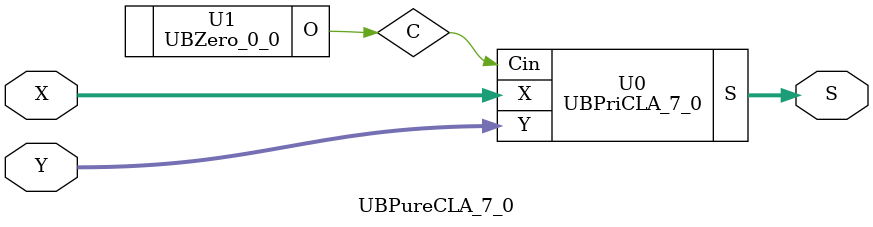
<source format=v>
/*----------------------------------------------------------------------------
  Copyright (c) 2021 Homma laboratory. All rights reserved.

  Top module: UBCLA_7_0_3_0

  Operand-1 length: 8
  Operand-2 length: 4
  Two-operand addition algorithm: Carry look-ahead adder
----------------------------------------------------------------------------*/

module UB1DCON_0(O, I);
  output O;
  input I;
  assign O = I;
endmodule

module UB1DCON_1(O, I);
  output O;
  input I;
  assign O = I;
endmodule

module UB1DCON_2(O, I);
  output O;
  input I;
  assign O = I;
endmodule

module UB1DCON_3(O, I);
  output O;
  input I;
  assign O = I;
endmodule

module UBZero_7_4(O);
  output [7:4] O;
  assign O[4] = 0;
  assign O[5] = 0;
  assign O[6] = 0;
  assign O[7] = 0;
endmodule

module GPGenerator(Go, Po, A, B);
  output Go;
  output Po;
  input A;
  input B;
  assign Go = A & B;
  assign Po = A ^ B;
endmodule

module CLAUnit_8(C, G, P, Cin);
  output [8:1] C;
  input Cin;
  input [7:0] G;
  input [7:0] P;
  assign C[1] = G[0] | ( P[0] & Cin );
  assign C[2] = G[1] | ( P[1] & G[0] ) | ( P[1] & P[0] & Cin );
  assign C[3] = G[2] | ( P[2] & G[1] ) | ( P[2] & P[1] & G[0] ) | ( P[2] & P[1] & P[0] & Cin );
  assign C[4] = G[3] | ( P[3] & G[2] ) | ( P[3] & P[2] & G[1] ) | ( P[3] & P[2] & P[1] & G[0] ) | ( P[3] & P[2] & P[1] & P[0] & Cin );
  assign C[5] = G[4] | ( P[4] & G[3] ) | ( P[4] & P[3] & G[2] ) | ( P[4] & P[3] & P[2] & G[1] ) | ( P[4] & P[3] & P[2] & P[1] & G[0] ) | ( P[4] & P[3] & P[2] & P[1] & P[0] & Cin );
  assign C[6] = G[5] | ( P[5] & G[4] ) | ( P[5] & P[4] & G[3] ) | ( P[5] & P[4] & P[3] & G[2] ) | ( P[5] & P[4] & P[3] & P[2] & G[1] ) | ( P[5] & P[4] & P[3] & P[2] & P[1] & G[0] ) | ( P[5] & P[4] & P[3]
 & P[2] & P[1] & P[0] & Cin );
  assign C[7] = G[6] | ( P[6] & G[5] ) | ( P[6] & P[5] & G[4] ) | ( P[6] & P[5] & P[4] & G[3] ) | ( P[6] & P[5] & P[4] & P[3] & G[2] ) | ( P[6] & P[5] & P[4] & P[3] & P[2] & G[1] ) | ( P[6] & P[5] & P[4]
 & P[3] & P[2] & P[1] & G[0] ) | ( P[6] & P[5] & P[4] & P[3] & P[2] & P[1] & P[0] & Cin );
  assign C[8] = G[7] | ( P[7] & G[6] ) | ( P[7] & P[6] & G[5] ) | ( P[7] & P[6] & P[5] & G[4] ) | ( P[7] & P[6] & P[5] & P[4] & G[3] ) | ( P[7] & P[6] & P[5] & P[4] & P[3] & G[2] ) | ( P[7] & P[6] & P[5]
 & P[4] & P[3] & P[2] & G[1] ) | ( P[7] & P[6] & P[5] & P[4] & P[3] & P[2] & P[1] & G[0] ) | ( P[7] & P[6] & P[5] & P[4] & P[3] & P[2] & P[1] & P[0] & Cin );
endmodule

module UBPriCLA_7_0(S, X, Y, Cin);
  output [8:0] S;
  input Cin;
  input [7:0] X;
  input [7:0] Y;
  wire [8:1] C;
  wire [7:0] G;
  wire [7:0] P;
  assign S[0] = Cin ^ P[0];
  assign S[1] = C[1] ^ P[1];
  assign S[2] = C[2] ^ P[2];
  assign S[3] = C[3] ^ P[3];
  assign S[4] = C[4] ^ P[4];
  assign S[5] = C[5] ^ P[5];
  assign S[6] = C[6] ^ P[6];
  assign S[7] = C[7] ^ P[7];
  assign S[8] = C[8];
  GPGenerator U0 (G[0], P[0], X[0], Y[0]);
  GPGenerator U1 (G[1], P[1], X[1], Y[1]);
  GPGenerator U2 (G[2], P[2], X[2], Y[2]);
  GPGenerator U3 (G[3], P[3], X[3], Y[3]);
  GPGenerator U4 (G[4], P[4], X[4], Y[4]);
  GPGenerator U5 (G[5], P[5], X[5], Y[5]);
  GPGenerator U6 (G[6], P[6], X[6], Y[6]);
  GPGenerator U7 (G[7], P[7], X[7], Y[7]);
  CLAUnit_8 U8 (C, G, P, Cin);
endmodule

module UBZero_0_0(O);
  output [0:0] O;
  assign O[0] = 0;
endmodule

module UBCLA_7_0_3_0 (S, X, Y);
  output [8:0] S;
  input [7:0] X;
  input [3:0] Y;
  wire [7:0] Z;
  UBExtender_3_0_7_000 U0 (Z[7:0], Y[3:0]);
  UBPureCLA_7_0 U1 (S[8:0], X[7:0], Z[7:0]);
endmodule

module UBCON_3_0 (O, I);
  output [3:0] O;
  input [3:0] I;
  UB1DCON_0 U0 (O[0], I[0]);
  UB1DCON_1 U1 (O[1], I[1]);
  UB1DCON_2 U2 (O[2], I[2]);
  UB1DCON_3 U3 (O[3], I[3]);
endmodule

module UBExtender_3_0_7_000 (O, I);
  output [7:0] O;
  input [3:0] I;
  UBCON_3_0 U0 (O[3:0], I[3:0]);
  UBZero_7_4 U1 (O[7:4]);
endmodule

module UBPureCLA_7_0 (S, X, Y);
  output [8:0] S;
  input [7:0] X;
  input [7:0] Y;
  wire C;
  UBPriCLA_7_0 U0 (S, X, Y, C);
  UBZero_0_0 U1 (C);
endmodule


</source>
